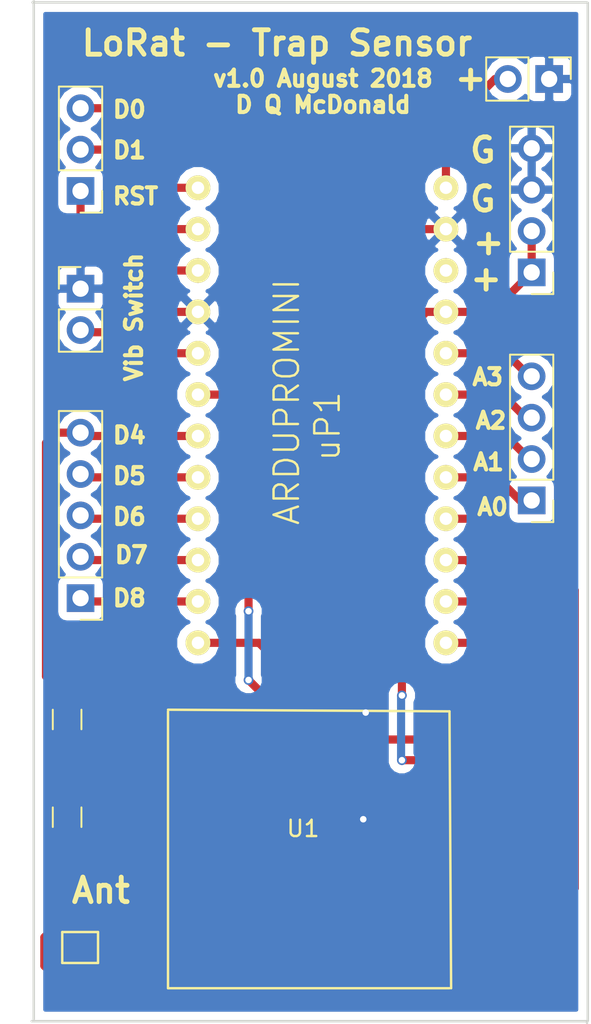
<source format=kicad_pcb>
(kicad_pcb (version 4) (host pcbnew 4.0.7)

  (general
    (links 36)
    (no_connects 0)
    (area 138.6 99.824999 176.33 162.700001)
    (thickness 1.6)
    (drawings 26)
    (tracks 139)
    (zones 0)
    (modules 11)
    (nets 30)
  )

  (page A4)
  (title_block
    (title "LoRat Rat Trap Sensor")
    (date "7 August 2018")
    (rev 1.0)
    (company "Quentin McDonald")
  )

  (layers
    (0 F.Cu signal)
    (31 B.Cu signal hide)
    (32 B.Adhes user)
    (33 F.Adhes user)
    (34 B.Paste user)
    (35 F.Paste user)
    (36 B.SilkS user)
    (37 F.SilkS user)
    (38 B.Mask user)
    (39 F.Mask user)
    (40 Dwgs.User user)
    (41 Cmts.User user)
    (42 Eco1.User user)
    (43 Eco2.User user)
    (44 Edge.Cuts user)
    (45 Margin user)
    (46 B.CrtYd user)
    (47 F.CrtYd user)
    (48 B.Fab user)
    (49 F.Fab user)
  )

  (setup
    (last_trace_width 0.5)
    (trace_clearance 0.5)
    (zone_clearance 0.508)
    (zone_45_only no)
    (trace_min 0.2)
    (segment_width 0.2)
    (edge_width 0.15)
    (via_size 0.6)
    (via_drill 0.4)
    (via_min_size 0.4)
    (via_min_drill 0.3)
    (uvia_size 0.3)
    (uvia_drill 0.1)
    (uvias_allowed no)
    (uvia_min_size 0.2)
    (uvia_min_drill 0.1)
    (pcb_text_width 0.3)
    (pcb_text_size 1.5 1.5)
    (mod_edge_width 0.15)
    (mod_text_size 1 1)
    (mod_text_width 0.15)
    (pad_size 1.524 1.524)
    (pad_drill 0.762)
    (pad_to_mask_clearance 0.2)
    (aux_axis_origin 0 0)
    (visible_elements FFFFFF7F)
    (pcbplotparams
      (layerselection 0x010f0_80000001)
      (usegerberextensions false)
      (excludeedgelayer true)
      (linewidth 0.100000)
      (plotframeref false)
      (viasonmask false)
      (mode 1)
      (useauxorigin false)
      (hpglpennumber 1)
      (hpglpenspeed 20)
      (hpglpendiameter 15)
      (hpglpenoverlay 2)
      (psnegative false)
      (psa4output false)
      (plotreference true)
      (plotvalue true)
      (plotinvisibletext false)
      (padsonsilk false)
      (subtractmaskfromsilk false)
      (outputformat 1)
      (mirror false)
      (drillshape 0)
      (scaleselection 1)
      (outputdirectory Gerber/))
  )

  (net 0 "")
  (net 1 D4)
  (net 2 "Net-(D1-Pad2)")
  (net 3 RST)
  (net 4 D1)
  (net 5 D0)
  (net 6 D8)
  (net 7 D7)
  (net 8 D6)
  (net 9 D5)
  (net 10 A0)
  (net 11 A1)
  (net 12 A2)
  (net 13 A3)
  (net 14 V3.3)
  (net 15 GND)
  (net 16 ANT)
  (net 17 Vin)
  (net 18 D2)
  (net 19 D9)
  (net 20 D3)
  (net 21 "Net-(U1-Pad9)")
  (net 22 "Net-(U1-Pad8)")
  (net 23 NSS)
  (net 24 MOSI)
  (net 25 MISO)
  (net 26 SCK)
  (net 27 "Net-(U1-Pad3)")
  (net 28 "Net-(U1-Pad2)")
  (net 29 "Net-(uP1-Pad21)")

  (net_class Default "This is the default net class."
    (clearance 0.5)
    (trace_width 0.5)
    (via_dia 0.6)
    (via_drill 0.4)
    (uvia_dia 0.3)
    (uvia_drill 0.1)
    (add_net A0)
    (add_net A1)
    (add_net A2)
    (add_net A3)
    (add_net ANT)
    (add_net D0)
    (add_net D1)
    (add_net D2)
    (add_net D3)
    (add_net D4)
    (add_net D5)
    (add_net D6)
    (add_net D7)
    (add_net D8)
    (add_net D9)
    (add_net GND)
    (add_net MISO)
    (add_net MOSI)
    (add_net NSS)
    (add_net "Net-(D1-Pad2)")
    (add_net "Net-(U1-Pad2)")
    (add_net "Net-(U1-Pad3)")
    (add_net "Net-(U1-Pad8)")
    (add_net "Net-(U1-Pad9)")
    (add_net "Net-(uP1-Pad21)")
    (add_net RST)
    (add_net SCK)
    (add_net V3.3)
    (add_net Vin)
  )

  (module Resistors_SMD:R_0805_HandSoldering (layer F.Cu) (tedit 5B690263) (tstamp 5B68DD2F)
    (at 143 144 270)
    (descr "Resistor SMD 0805, hand soldering")
    (tags "resistor 0805")
    (path /5B68AAC9)
    (attr smd)
    (fp_text reference "" (at 0 -1.7 270) (layer F.SilkS)
      (effects (font (size 1 1) (thickness 0.15)))
    )
    (fp_text value LED (at 0.2 -2.45 270) (layer F.Fab)
      (effects (font (size 1 1) (thickness 0.15)))
    )
    (fp_text user %R (at 0 0 270) (layer F.Fab)
      (effects (font (size 0.5 0.5) (thickness 0.075)))
    )
    (fp_line (start -1 0.62) (end -1 -0.62) (layer F.Fab) (width 0.1))
    (fp_line (start 1 0.62) (end -1 0.62) (layer F.Fab) (width 0.1))
    (fp_line (start 1 -0.62) (end 1 0.62) (layer F.Fab) (width 0.1))
    (fp_line (start -1 -0.62) (end 1 -0.62) (layer F.Fab) (width 0.1))
    (fp_line (start 0.6 0.88) (end -0.6 0.88) (layer F.SilkS) (width 0.12))
    (fp_line (start -0.6 -0.88) (end 0.6 -0.88) (layer F.SilkS) (width 0.12))
    (fp_line (start -2.35 -0.9) (end 2.35 -0.9) (layer F.CrtYd) (width 0.05))
    (fp_line (start -2.35 -0.9) (end -2.35 0.9) (layer F.CrtYd) (width 0.05))
    (fp_line (start 2.35 0.9) (end 2.35 -0.9) (layer F.CrtYd) (width 0.05))
    (fp_line (start 2.35 0.9) (end -2.35 0.9) (layer F.CrtYd) (width 0.05))
    (pad 1 smd rect (at -1.35 0 270) (size 1.5 1.3) (layers F.Cu F.Paste F.Mask)
      (net 1 D4))
    (pad 2 smd rect (at 1.35 0 270) (size 1.5 1.3) (layers F.Cu F.Paste F.Mask)
      (net 2 "Net-(D1-Pad2)"))
    (model ${KISYS3DMOD}/Resistors_SMD.3dshapes/R_0805.wrl
      (at (xyz 0 0 0))
      (scale (xyz 1 1 1))
      (rotate (xyz 0 0 0))
    )
  )

  (module Pin_Headers:Pin_Header_Straight_1x03_Pitch2.54mm (layer F.Cu) (tedit 5B68E868) (tstamp 5B68DD36)
    (at 143.825 111.55 180)
    (descr "Through hole straight pin header, 1x03, 2.54mm pitch, single row")
    (tags "Through hole pin header THT 1x03 2.54mm single row")
    (path /5B67E124)
    (fp_text reference "" (at 0 -2.33 180) (layer F.SilkS)
      (effects (font (size 1 1) (thickness 0.15)))
    )
    (fp_text value "" (at 0 7.41 180) (layer F.Fab)
      (effects (font (size 1 1) (thickness 0.15)))
    )
    (fp_line (start -0.635 -1.27) (end 1.27 -1.27) (layer F.Fab) (width 0.1))
    (fp_line (start 1.27 -1.27) (end 1.27 6.35) (layer F.Fab) (width 0.1))
    (fp_line (start 1.27 6.35) (end -1.27 6.35) (layer F.Fab) (width 0.1))
    (fp_line (start -1.27 6.35) (end -1.27 -0.635) (layer F.Fab) (width 0.1))
    (fp_line (start -1.27 -0.635) (end -0.635 -1.27) (layer F.Fab) (width 0.1))
    (fp_line (start -1.33 6.41) (end 1.33 6.41) (layer F.SilkS) (width 0.12))
    (fp_line (start -1.33 1.27) (end -1.33 6.41) (layer F.SilkS) (width 0.12))
    (fp_line (start 1.33 1.27) (end 1.33 6.41) (layer F.SilkS) (width 0.12))
    (fp_line (start -1.33 1.27) (end 1.33 1.27) (layer F.SilkS) (width 0.12))
    (fp_line (start -1.33 0) (end -1.33 -1.33) (layer F.SilkS) (width 0.12))
    (fp_line (start -1.33 -1.33) (end 0 -1.33) (layer F.SilkS) (width 0.12))
    (fp_line (start -1.8 -1.8) (end -1.8 6.85) (layer F.CrtYd) (width 0.05))
    (fp_line (start -1.8 6.85) (end 1.8 6.85) (layer F.CrtYd) (width 0.05))
    (fp_line (start 1.8 6.85) (end 1.8 -1.8) (layer F.CrtYd) (width 0.05))
    (fp_line (start 1.8 -1.8) (end -1.8 -1.8) (layer F.CrtYd) (width 0.05))
    (fp_text user %R (at 0 2.54 270) (layer F.Fab)
      (effects (font (size 1 1) (thickness 0.15)))
    )
    (pad 1 thru_hole rect (at 0 0 180) (size 1.7 1.7) (drill 1) (layers *.Cu *.Mask)
      (net 3 RST))
    (pad 2 thru_hole oval (at 0 2.54 180) (size 1.7 1.7) (drill 1) (layers *.Cu *.Mask)
      (net 4 D1))
    (pad 3 thru_hole oval (at 0 5.08 180) (size 1.7 1.7) (drill 1) (layers *.Cu *.Mask)
      (net 5 D0))
    (model ${KISYS3DMOD}/Pin_Headers.3dshapes/Pin_Header_Straight_1x03_Pitch2.54mm.wrl
      (at (xyz 0 0 0))
      (scale (xyz 1 1 1))
      (rotate (xyz 0 0 0))
    )
  )

  (module Pin_Headers:Pin_Header_Straight_1x05_Pitch2.54mm (layer F.Cu) (tedit 5B69024E) (tstamp 5B68DD3F)
    (at 143.825 136.55 180)
    (descr "Through hole straight pin header, 1x05, 2.54mm pitch, single row")
    (tags "Through hole pin header THT 1x05 2.54mm single row")
    (path /5B67E212)
    (fp_text reference "" (at 0 -2.33 180) (layer F.SilkS)
      (effects (font (size 1 1) (thickness 0.15)))
    )
    (fp_text value "" (at 0 12.49 180) (layer F.Fab)
      (effects (font (size 1 1) (thickness 0.15)))
    )
    (fp_line (start -0.635 -1.27) (end 1.27 -1.27) (layer F.Fab) (width 0.1))
    (fp_line (start 1.27 -1.27) (end 1.27 11.43) (layer F.Fab) (width 0.1))
    (fp_line (start 1.27 11.43) (end -1.27 11.43) (layer F.Fab) (width 0.1))
    (fp_line (start -1.27 11.43) (end -1.27 -0.635) (layer F.Fab) (width 0.1))
    (fp_line (start -1.27 -0.635) (end -0.635 -1.27) (layer F.Fab) (width 0.1))
    (fp_line (start -1.33 11.49) (end 1.33 11.49) (layer F.SilkS) (width 0.12))
    (fp_line (start -1.33 1.27) (end -1.33 11.49) (layer F.SilkS) (width 0.12))
    (fp_line (start 1.33 1.27) (end 1.33 11.49) (layer F.SilkS) (width 0.12))
    (fp_line (start -1.33 1.27) (end 1.33 1.27) (layer F.SilkS) (width 0.12))
    (fp_line (start -1.33 0) (end -1.33 -1.33) (layer F.SilkS) (width 0.12))
    (fp_line (start -1.33 -1.33) (end 0 -1.33) (layer F.SilkS) (width 0.12))
    (fp_line (start -1.8 -1.8) (end -1.8 11.95) (layer F.CrtYd) (width 0.05))
    (fp_line (start -1.8 11.95) (end 1.8 11.95) (layer F.CrtYd) (width 0.05))
    (fp_line (start 1.8 11.95) (end 1.8 -1.8) (layer F.CrtYd) (width 0.05))
    (fp_line (start 1.8 -1.8) (end -1.8 -1.8) (layer F.CrtYd) (width 0.05))
    (fp_text user %R (at 0 5.08 270) (layer F.Fab)
      (effects (font (size 1 1) (thickness 0.15)))
    )
    (pad 1 thru_hole rect (at 0 0 180) (size 1.7 1.7) (drill 1) (layers *.Cu *.Mask)
      (net 6 D8))
    (pad 2 thru_hole oval (at 0 2.54 180) (size 1.7 1.7) (drill 1) (layers *.Cu *.Mask)
      (net 7 D7))
    (pad 3 thru_hole oval (at 0 5.08 180) (size 1.7 1.7) (drill 1) (layers *.Cu *.Mask)
      (net 8 D6))
    (pad 4 thru_hole oval (at 0 7.62 180) (size 1.7 1.7) (drill 1) (layers *.Cu *.Mask)
      (net 9 D5))
    (pad 5 thru_hole oval (at 0 10.16 180) (size 1.7 1.7) (drill 1) (layers *.Cu *.Mask)
      (net 1 D4))
    (model ${KISYS3DMOD}/Pin_Headers.3dshapes/Pin_Header_Straight_1x05_Pitch2.54mm.wrl
      (at (xyz 0 0 0))
      (scale (xyz 1 1 1))
      (rotate (xyz 0 0 0))
    )
  )

  (module Pin_Headers:Pin_Header_Straight_1x04_Pitch2.54mm (layer F.Cu) (tedit 5B68E7A9) (tstamp 5B68DD47)
    (at 171.55 130.55 180)
    (descr "Through hole straight pin header, 1x04, 2.54mm pitch, single row")
    (tags "Through hole pin header THT 1x04 2.54mm single row")
    (path /5B67E395)
    (fp_text reference "" (at 0 -2.33 180) (layer F.SilkS)
      (effects (font (size 1 1) (thickness 0.15)))
    )
    (fp_text value "" (at 0 9.95 180) (layer F.Fab)
      (effects (font (size 1 1) (thickness 0.15)))
    )
    (fp_line (start -0.635 -1.27) (end 1.27 -1.27) (layer F.Fab) (width 0.1))
    (fp_line (start 1.27 -1.27) (end 1.27 8.89) (layer F.Fab) (width 0.1))
    (fp_line (start 1.27 8.89) (end -1.27 8.89) (layer F.Fab) (width 0.1))
    (fp_line (start -1.27 8.89) (end -1.27 -0.635) (layer F.Fab) (width 0.1))
    (fp_line (start -1.27 -0.635) (end -0.635 -1.27) (layer F.Fab) (width 0.1))
    (fp_line (start -1.33 8.95) (end 1.33 8.95) (layer F.SilkS) (width 0.12))
    (fp_line (start -1.33 1.27) (end -1.33 8.95) (layer F.SilkS) (width 0.12))
    (fp_line (start 1.33 1.27) (end 1.33 8.95) (layer F.SilkS) (width 0.12))
    (fp_line (start -1.33 1.27) (end 1.33 1.27) (layer F.SilkS) (width 0.12))
    (fp_line (start -1.33 0) (end -1.33 -1.33) (layer F.SilkS) (width 0.12))
    (fp_line (start -1.33 -1.33) (end 0 -1.33) (layer F.SilkS) (width 0.12))
    (fp_line (start -1.8 -1.8) (end -1.8 9.4) (layer F.CrtYd) (width 0.05))
    (fp_line (start -1.8 9.4) (end 1.8 9.4) (layer F.CrtYd) (width 0.05))
    (fp_line (start 1.8 9.4) (end 1.8 -1.8) (layer F.CrtYd) (width 0.05))
    (fp_line (start 1.8 -1.8) (end -1.8 -1.8) (layer F.CrtYd) (width 0.05))
    (fp_text user %R (at 0 3.81 270) (layer F.Fab)
      (effects (font (size 1 1) (thickness 0.15)))
    )
    (pad 1 thru_hole rect (at 0 0 180) (size 1.7 1.7) (drill 1) (layers *.Cu *.Mask)
      (net 10 A0))
    (pad 2 thru_hole oval (at 0 2.54 180) (size 1.7 1.7) (drill 1) (layers *.Cu *.Mask)
      (net 11 A1))
    (pad 3 thru_hole oval (at 0 5.08 180) (size 1.7 1.7) (drill 1) (layers *.Cu *.Mask)
      (net 12 A2))
    (pad 4 thru_hole oval (at 0 7.62 180) (size 1.7 1.7) (drill 1) (layers *.Cu *.Mask)
      (net 13 A3))
    (model ${KISYS3DMOD}/Pin_Headers.3dshapes/Pin_Header_Straight_1x04_Pitch2.54mm.wrl
      (at (xyz 0 0 0))
      (scale (xyz 1 1 1))
      (rotate (xyz 0 0 0))
    )
  )

  (module Pin_Headers:Pin_Header_Straight_1x04_Pitch2.54mm (layer F.Cu) (tedit 5B68E7A3) (tstamp 5B68DD4F)
    (at 171.55 116.55 180)
    (descr "Through hole straight pin header, 1x04, 2.54mm pitch, single row")
    (tags "Through hole pin header THT 1x04 2.54mm single row")
    (path /5B67E9D2)
    (fp_text reference "" (at 0 -2.33 180) (layer F.SilkS)
      (effects (font (size 1 1) (thickness 0.15)))
    )
    (fp_text value "" (at 0 9.95 180) (layer F.Fab)
      (effects (font (size 1 1) (thickness 0.15)))
    )
    (fp_line (start -0.635 -1.27) (end 1.27 -1.27) (layer F.Fab) (width 0.1))
    (fp_line (start 1.27 -1.27) (end 1.27 8.89) (layer F.Fab) (width 0.1))
    (fp_line (start 1.27 8.89) (end -1.27 8.89) (layer F.Fab) (width 0.1))
    (fp_line (start -1.27 8.89) (end -1.27 -0.635) (layer F.Fab) (width 0.1))
    (fp_line (start -1.27 -0.635) (end -0.635 -1.27) (layer F.Fab) (width 0.1))
    (fp_line (start -1.33 8.95) (end 1.33 8.95) (layer F.SilkS) (width 0.12))
    (fp_line (start -1.33 1.27) (end -1.33 8.95) (layer F.SilkS) (width 0.12))
    (fp_line (start 1.33 1.27) (end 1.33 8.95) (layer F.SilkS) (width 0.12))
    (fp_line (start -1.33 1.27) (end 1.33 1.27) (layer F.SilkS) (width 0.12))
    (fp_line (start -1.33 0) (end -1.33 -1.33) (layer F.SilkS) (width 0.12))
    (fp_line (start -1.33 -1.33) (end 0 -1.33) (layer F.SilkS) (width 0.12))
    (fp_line (start -1.8 -1.8) (end -1.8 9.4) (layer F.CrtYd) (width 0.05))
    (fp_line (start -1.8 9.4) (end 1.8 9.4) (layer F.CrtYd) (width 0.05))
    (fp_line (start 1.8 9.4) (end 1.8 -1.8) (layer F.CrtYd) (width 0.05))
    (fp_line (start 1.8 -1.8) (end -1.8 -1.8) (layer F.CrtYd) (width 0.05))
    (fp_text user "" (at 0 3.81 270) (layer F.Fab)
      (effects (font (size 1 1) (thickness 0.15)))
    )
    (pad 1 thru_hole rect (at 0 0 180) (size 1.7 1.7) (drill 1) (layers *.Cu *.Mask)
      (net 14 V3.3))
    (pad 2 thru_hole oval (at 0 2.54 180) (size 1.7 1.7) (drill 1) (layers *.Cu *.Mask)
      (net 14 V3.3))
    (pad 3 thru_hole oval (at 0 5.08 180) (size 1.7 1.7) (drill 1) (layers *.Cu *.Mask)
      (net 15 GND))
    (pad 4 thru_hole oval (at 0 7.62 180) (size 1.7 1.7) (drill 1) (layers *.Cu *.Mask)
      (net 15 GND))
    (model ${KISYS3DMOD}/Pin_Headers.3dshapes/Pin_Header_Straight_1x04_Pitch2.54mm.wrl
      (at (xyz 0 0 0))
      (scale (xyz 1 1 1))
      (rotate (xyz 0 0 0))
    )
  )

  (module Pin_Headers:Pin_Header_Straight_1x02_Pitch2.54mm (layer F.Cu) (tedit 5B68E79C) (tstamp 5B68DD5B)
    (at 172.625 104.675 270)
    (descr "Through hole straight pin header, 1x02, 2.54mm pitch, single row")
    (tags "Through hole pin header THT 1x02 2.54mm single row")
    (path /5B67DFA5)
    (fp_text reference "" (at 0 -2.33 270) (layer F.SilkS)
      (effects (font (size 1 1) (thickness 0.15)))
    )
    (fp_text value "" (at 0 4.87 270) (layer F.Fab)
      (effects (font (size 1 1) (thickness 0.15)))
    )
    (fp_line (start -0.635 -1.27) (end 1.27 -1.27) (layer F.Fab) (width 0.1))
    (fp_line (start 1.27 -1.27) (end 1.27 3.81) (layer F.Fab) (width 0.1))
    (fp_line (start 1.27 3.81) (end -1.27 3.81) (layer F.Fab) (width 0.1))
    (fp_line (start -1.27 3.81) (end -1.27 -0.635) (layer F.Fab) (width 0.1))
    (fp_line (start -1.27 -0.635) (end -0.635 -1.27) (layer F.Fab) (width 0.1))
    (fp_line (start -1.33 3.87) (end 1.33 3.87) (layer F.SilkS) (width 0.12))
    (fp_line (start -1.33 1.27) (end -1.33 3.87) (layer F.SilkS) (width 0.12))
    (fp_line (start 1.33 1.27) (end 1.33 3.87) (layer F.SilkS) (width 0.12))
    (fp_line (start -1.33 1.27) (end 1.33 1.27) (layer F.SilkS) (width 0.12))
    (fp_line (start -1.33 0) (end -1.33 -1.33) (layer F.SilkS) (width 0.12))
    (fp_line (start -1.33 -1.33) (end 0 -1.33) (layer F.SilkS) (width 0.12))
    (fp_line (start -1.8 -1.8) (end -1.8 4.35) (layer F.CrtYd) (width 0.05))
    (fp_line (start -1.8 4.35) (end 1.8 4.35) (layer F.CrtYd) (width 0.05))
    (fp_line (start 1.8 4.35) (end 1.8 -1.8) (layer F.CrtYd) (width 0.05))
    (fp_line (start 1.8 -1.8) (end -1.8 -1.8) (layer F.CrtYd) (width 0.05))
    (fp_text user %R (at 0 1.27 360) (layer F.Fab)
      (effects (font (size 1 1) (thickness 0.15)))
    )
    (pad 1 thru_hole rect (at 0 0 270) (size 1.7 1.7) (drill 1) (layers *.Cu *.Mask)
      (net 15 GND))
    (pad 2 thru_hole oval (at 0 2.54 270) (size 1.7 1.7) (drill 1) (layers *.Cu *.Mask)
      (net 17 Vin))
    (model ${KISYS3DMOD}/Pin_Headers.3dshapes/Pin_Header_Straight_1x02_Pitch2.54mm.wrl
      (at (xyz 0 0 0))
      (scale (xyz 1 1 1))
      (rotate (xyz 0 0 0))
    )
  )

  (module Resistors_SMD:R_0805_HandSoldering (layer F.Cu) (tedit 5B690265) (tstamp 5B68DD61)
    (at 143 150 270)
    (descr "Resistor SMD 0805, hand soldering")
    (tags "resistor 0805")
    (path /5B68AA56)
    (attr smd)
    (fp_text reference "" (at 0 -1.7 270) (layer F.SilkS)
      (effects (font (size 1 1) (thickness 0.15)))
    )
    (fp_text value 220 (at 0.025 -2.3 270) (layer F.Fab)
      (effects (font (size 1 1) (thickness 0.15)))
    )
    (fp_text user %R (at 0 0 270) (layer F.Fab)
      (effects (font (size 0.5 0.5) (thickness 0.075)))
    )
    (fp_line (start -1 0.62) (end -1 -0.62) (layer F.Fab) (width 0.1))
    (fp_line (start 1 0.62) (end -1 0.62) (layer F.Fab) (width 0.1))
    (fp_line (start 1 -0.62) (end 1 0.62) (layer F.Fab) (width 0.1))
    (fp_line (start -1 -0.62) (end 1 -0.62) (layer F.Fab) (width 0.1))
    (fp_line (start 0.6 0.88) (end -0.6 0.88) (layer F.SilkS) (width 0.12))
    (fp_line (start -0.6 -0.88) (end 0.6 -0.88) (layer F.SilkS) (width 0.12))
    (fp_line (start -2.35 -0.9) (end 2.35 -0.9) (layer F.CrtYd) (width 0.05))
    (fp_line (start -2.35 -0.9) (end -2.35 0.9) (layer F.CrtYd) (width 0.05))
    (fp_line (start 2.35 0.9) (end 2.35 -0.9) (layer F.CrtYd) (width 0.05))
    (fp_line (start 2.35 0.9) (end -2.35 0.9) (layer F.CrtYd) (width 0.05))
    (pad 1 smd rect (at -1.35 0 270) (size 1.5 1.3) (layers F.Cu F.Paste F.Mask)
      (net 2 "Net-(D1-Pad2)"))
    (pad 2 smd rect (at 1.35 0 270) (size 1.5 1.3) (layers F.Cu F.Paste F.Mask)
      (net 15 GND))
    (model ${KISYS3DMOD}/Resistors_SMD.3dshapes/R_0805.wrl
      (at (xyz 0 0 0))
      (scale (xyz 1 1 1))
      (rotate (xyz 0 0 0))
    )
  )

  (module Pin_Headers:Pin_Header_Straight_1x02_Pitch2.54mm (layer F.Cu) (tedit 5B68E86D) (tstamp 5B68DD67)
    (at 143.825 117.55)
    (descr "Through hole straight pin header, 1x02, 2.54mm pitch, single row")
    (tags "Through hole pin header THT 1x02 2.54mm single row")
    (path /5B6265DC)
    (fp_text reference "" (at 0 -2.33) (layer F.SilkS)
      (effects (font (size 1 1) (thickness 0.15)))
    )
    (fp_text value "" (at 0 4.87) (layer F.Fab)
      (effects (font (size 1 1) (thickness 0.15)))
    )
    (fp_line (start -0.635 -1.27) (end 1.27 -1.27) (layer F.Fab) (width 0.1))
    (fp_line (start 1.27 -1.27) (end 1.27 3.81) (layer F.Fab) (width 0.1))
    (fp_line (start 1.27 3.81) (end -1.27 3.81) (layer F.Fab) (width 0.1))
    (fp_line (start -1.27 3.81) (end -1.27 -0.635) (layer F.Fab) (width 0.1))
    (fp_line (start -1.27 -0.635) (end -0.635 -1.27) (layer F.Fab) (width 0.1))
    (fp_line (start -1.33 3.87) (end 1.33 3.87) (layer F.SilkS) (width 0.12))
    (fp_line (start -1.33 1.27) (end -1.33 3.87) (layer F.SilkS) (width 0.12))
    (fp_line (start 1.33 1.27) (end 1.33 3.87) (layer F.SilkS) (width 0.12))
    (fp_line (start -1.33 1.27) (end 1.33 1.27) (layer F.SilkS) (width 0.12))
    (fp_line (start -1.33 0) (end -1.33 -1.33) (layer F.SilkS) (width 0.12))
    (fp_line (start -1.33 -1.33) (end 0 -1.33) (layer F.SilkS) (width 0.12))
    (fp_line (start -1.8 -1.8) (end -1.8 4.35) (layer F.CrtYd) (width 0.05))
    (fp_line (start -1.8 4.35) (end 1.8 4.35) (layer F.CrtYd) (width 0.05))
    (fp_line (start 1.8 4.35) (end 1.8 -1.8) (layer F.CrtYd) (width 0.05))
    (fp_line (start 1.8 -1.8) (end -1.8 -1.8) (layer F.CrtYd) (width 0.05))
    (fp_text user %R (at 0 1.27 90) (layer F.Fab)
      (effects (font (size 1 1) (thickness 0.15)))
    )
    (pad 1 thru_hole rect (at 0 0) (size 1.7 1.7) (drill 1) (layers *.Cu *.Mask)
      (net 15 GND))
    (pad 2 thru_hole oval (at 0 2.54) (size 1.7 1.7) (drill 1) (layers *.Cu *.Mask)
      (net 18 D2))
    (model ${KISYS3DMOD}/Pin_Headers.3dshapes/Pin_Header_Straight_1x02_Pitch2.54mm.wrl
      (at (xyz 0 0 0))
      (scale (xyz 1 1 1))
      (rotate (xyz 0 0 0))
    )
  )

  (module DQM_kicad_new:LoRaSx1276 (layer F.Cu) (tedit 5B680359) (tstamp 5B68DD79)
    (at 166.5 143.5 180)
    (path /5B626DE3)
    (fp_text reference U1 (at 9 -7.2 180) (layer F.SilkS)
      (effects (font (size 1 1) (thickness 0.15)))
    )
    (fp_text value LoRaSx1276 (at 8.7 -9.7 180) (layer F.Fab)
      (effects (font (size 1 1) (thickness 0.15)))
    )
    (fp_line (start 17.3 -17) (end 17.3 0) (layer F.SilkS) (width 0.15))
    (fp_line (start 0 -17) (end 17.3 -17) (layer F.SilkS) (width 0.15))
    (fp_line (start 0 0) (end -0.1 -17) (layer F.SilkS) (width 0.15))
    (fp_line (start 0 0) (end 17.3 0.1) (layer F.SilkS) (width 0.15))
    (pad 14 smd rect (at 17.7 -14.6 180) (size 1.524 1) (layers F.Cu F.Paste F.Mask)
      (net 15 GND))
    (pad 12 smd rect (at -0.5 -1.73 180) (size 1.524 0.8) (layers F.Cu F.Paste F.Mask)
      (net 19 D9))
    (pad 11 smd rect (at -0.5 -3 180) (size 1.524 0.8) (layers F.Cu F.Paste F.Mask)
      (net 14 V3.3))
    (pad 10 smd rect (at -0.5 -4.27 180) (size 1.524 0.8) (layers F.Cu F.Paste F.Mask)
      (net 20 D3))
    (pad 9 smd rect (at -0.5 -5.54 180) (size 1.524 0.8) (layers F.Cu F.Paste F.Mask)
      (net 21 "Net-(U1-Pad9)"))
    (pad 8 smd rect (at -0.5 -6.81 180) (size 1.524 0.8) (layers F.Cu F.Paste F.Mask)
      (net 22 "Net-(U1-Pad8)"))
    (pad 7 smd rect (at -0.5 -8.08 180) (size 1.524 0.8) (layers F.Cu F.Paste F.Mask)
      (net 23 NSS))
    (pad 6 smd rect (at -0.5 -9.35 180) (size 1.524 0.8) (layers F.Cu F.Paste F.Mask)
      (net 24 MOSI))
    (pad 5 smd rect (at -0.5 -10.62 180) (size 1.524 0.8) (layers F.Cu F.Paste F.Mask)
      (net 25 MISO))
    (pad 4 smd rect (at -0.5 -11.89 180) (size 1.524 0.8) (layers F.Cu F.Paste F.Mask)
      (net 26 SCK))
    (pad 3 smd rect (at -0.5 -13.16 180) (size 1.524 0.8) (layers F.Cu F.Paste F.Mask)
      (net 27 "Net-(U1-Pad3)"))
    (pad 2 smd rect (at -0.5 -14.43 180) (size 1.524 0.8) (layers F.Cu F.Paste F.Mask)
      (net 28 "Net-(U1-Pad2)"))
    (pad 1 smd rect (at -0.5 -15.7 180) (size 1.524 0.8) (layers F.Cu F.Paste F.Mask)
      (net 15 GND))
    (pad 13 smd rect (at 17.7 -16.1 180) (size 1.524 1) (layers F.Cu F.Paste F.Mask)
      (net 16 ANT))
  )

  (module DQM_kicad_new:U.Fl_SMD (layer F.Cu) (tedit 5B68E5CF) (tstamp 5B68DE0F)
    (at 142.7 158.95)
    (path /5B68ACFE)
    (fp_text reference "" (at -2.3 -0.7) (layer F.SilkS)
      (effects (font (size 1 1) (thickness 0.15)))
    )
    (fp_text value "" (at -3.6 -2.2) (layer F.Fab)
      (effects (font (size 1 1) (thickness 0.15)))
    )
    (fp_line (start 0 -1.9) (end 0 0) (layer F.SilkS) (width 0.15))
    (fp_line (start 0 0) (end 2.2 0) (layer F.SilkS) (width 0.15))
    (fp_line (start 2.2 0) (end 2.2 -1.9) (layer F.SilkS) (width 0.15))
    (fp_line (start 2.2 -1.9) (end 0 -1.9) (layer F.SilkS) (width 0.15))
    (pad 1 smd rect (at 1.1 0.6) (size 2.2 1) (layers F.Cu F.Paste F.Mask)
      (net 16 ANT))
    (pad 1 smd rect (at 1.1 -2.5) (size 2.2 1) (layers F.Cu F.Paste F.Mask)
      (net 16 ANT))
    (pad 2 smd rect (at 2.7 -1) (size 1.05 1) (layers F.Cu F.Paste F.Mask)
      (net 15 GND))
  )

  (module DQM_kicad_new:ArduProMini (layer F.Cu) (tedit 5B68E4F2) (tstamp 5B68DD9F)
    (at 148.5011 105.0036)
    (path /5B6264F8)
    (fp_text reference uP1 (at 10.4989 20.9964 90) (layer F.SilkS)
      (effects (font (size 1.5 1.5) (thickness 0.15)))
    )
    (fp_text value ARDUPROMINI (at 7.9989 19.4964 90) (layer F.SilkS)
      (effects (font (size 1.5 1.5) (thickness 0.15)))
    )
    (pad 7 thru_hole circle (at 2.54 6.35) (size 1.524 1.524) (drill 0.762) (layers *.Cu *.Mask F.SilkS)
      (net 5 D0))
    (pad 8 thru_hole circle (at 2.54 8.89) (size 1.524 1.524) (drill 0.762) (layers *.Cu *.Mask F.SilkS)
      (net 4 D1))
    (pad 9 thru_hole circle (at 2.54 11.43) (size 1.524 1.524) (drill 0.762) (layers *.Cu *.Mask F.SilkS)
      (net 3 RST))
    (pad 10 thru_hole circle (at 2.54 13.97) (size 1.524 1.524) (drill 0.762) (layers *.Cu *.Mask F.SilkS)
      (net 15 GND))
    (pad 11 thru_hole circle (at 2.54 16.51) (size 1.524 1.524) (drill 0.762) (layers *.Cu *.Mask F.SilkS)
      (net 18 D2))
    (pad 12 thru_hole circle (at 2.54 19.05) (size 1.524 1.524) (drill 0.762) (layers *.Cu *.Mask F.SilkS)
      (net 20 D3))
    (pad 13 thru_hole circle (at 2.54 21.59) (size 1.524 1.524) (drill 0.762) (layers *.Cu *.Mask F.SilkS)
      (net 1 D4))
    (pad 14 thru_hole circle (at 2.54 24.13) (size 1.524 1.524) (drill 0.762) (layers *.Cu *.Mask F.SilkS)
      (net 9 D5))
    (pad 15 thru_hole circle (at 2.54 26.67) (size 1.524 1.524) (drill 0.762) (layers *.Cu *.Mask F.SilkS)
      (net 8 D6))
    (pad 16 thru_hole circle (at 2.54 29.21) (size 1.524 1.524) (drill 0.762) (layers *.Cu *.Mask F.SilkS)
      (net 7 D7))
    (pad 17 thru_hole circle (at 2.54 31.75) (size 1.524 1.524) (drill 0.762) (layers *.Cu *.Mask F.SilkS)
      (net 6 D8))
    (pad 18 thru_hole circle (at 2.54 34.29) (size 1.524 1.524) (drill 0.762) (layers *.Cu *.Mask F.SilkS)
      (net 19 D9))
    (pad 19 thru_hole circle (at 17.78 6.35) (size 1.524 1.524) (drill 0.762) (layers *.Cu *.Mask F.SilkS)
      (net 17 Vin))
    (pad 20 thru_hole circle (at 17.78 8.89) (size 1.524 1.524) (drill 0.762) (layers *.Cu *.Mask F.SilkS)
      (net 15 GND))
    (pad 21 thru_hole circle (at 17.78 11.43) (size 1.524 1.524) (drill 0.762) (layers *.Cu *.Mask F.SilkS)
      (net 29 "Net-(uP1-Pad21)"))
    (pad 22 thru_hole circle (at 17.78 13.97) (size 1.524 1.524) (drill 0.762) (layers *.Cu *.Mask F.SilkS)
      (net 14 V3.3))
    (pad 23 thru_hole circle (at 17.78 16.51) (size 1.524 1.524) (drill 0.762) (layers *.Cu *.Mask F.SilkS)
      (net 13 A3))
    (pad 24 thru_hole circle (at 17.78 19.05) (size 1.524 1.524) (drill 0.762) (layers *.Cu *.Mask F.SilkS)
      (net 12 A2))
    (pad 25 thru_hole circle (at 17.78 21.59) (size 1.524 1.524) (drill 0.762) (layers *.Cu *.Mask F.SilkS)
      (net 11 A1))
    (pad 26 thru_hole circle (at 17.78 24.13) (size 1.524 1.524) (drill 0.762) (layers *.Cu *.Mask F.SilkS)
      (net 10 A0))
    (pad 27 thru_hole circle (at 17.78 26.67) (size 1.524 1.524) (drill 0.762) (layers *.Cu *.Mask F.SilkS)
      (net 26 SCK))
    (pad 28 thru_hole circle (at 17.78 29.21) (size 1.524 1.524) (drill 0.762) (layers *.Cu *.Mask F.SilkS)
      (net 25 MISO))
    (pad 29 thru_hole circle (at 17.78 31.75) (size 1.524 1.524) (drill 0.762) (layers *.Cu *.Mask F.SilkS)
      (net 24 MOSI))
    (pad 30 thru_hole circle (at 17.78 34.29) (size 1.524 1.524) (drill 0.762) (layers *.Cu *.Mask F.SilkS)
      (net 23 NSS))
  )

  (gr_line (start 140.875 99.975) (end 174.95 99.975) (angle 90) (layer Edge.Cuts) (width 0.15))
  (gr_line (start 174.95 162.525) (end 174.95 162.625) (angle 90) (layer Edge.Cuts) (width 0.15))
  (gr_line (start 140.825 162.525) (end 174.95 162.525) (angle 90) (layer Edge.Cuts) (width 0.15))
  (gr_text Ant (at 145.075 154.5) (layer F.SilkS)
    (effects (font (size 1.5 1.5) (thickness 0.3)))
  )
  (gr_text D8 (at 146.825 136.55) (layer F.SilkS)
    (effects (font (size 1 1) (thickness 0.25)))
  )
  (gr_text D7 (at 146.95 133.9) (layer F.SilkS)
    (effects (font (size 1 1) (thickness 0.25)))
  )
  (gr_text D6 (at 146.825 131.55) (layer F.SilkS)
    (effects (font (size 1 1) (thickness 0.25)))
  )
  (gr_text D5 (at 146.825 129.05) (layer F.SilkS)
    (effects (font (size 1 1) (thickness 0.25)))
  )
  (gr_text D4 (at 146.825 126.55) (layer F.SilkS)
    (effects (font (size 1 1) (thickness 0.25)))
  )
  (gr_text "Vib Switch" (at 147.1 119.3 90) (layer F.SilkS)
    (effects (font (size 1 1) (thickness 0.25)))
  )
  (gr_text RST (at 147.2 111.875) (layer F.SilkS)
    (effects (font (size 1 1) (thickness 0.25)))
  )
  (gr_text D1 (at 146.825 109.05) (layer F.SilkS)
    (effects (font (size 1 1) (thickness 0.25)))
  )
  (gr_text D0 (at 146.825 106.55) (layer F.SilkS)
    (effects (font (size 1 1) (thickness 0.25)))
  )
  (gr_text A0 (at 169.15 130.95) (layer F.SilkS)
    (effects (font (size 1 1) (thickness 0.25)))
  )
  (gr_text A1 (at 168.9 128.2) (layer F.SilkS)
    (effects (font (size 1 1) (thickness 0.25)))
  )
  (gr_text A2 (at 169.05 125.65) (layer F.SilkS)
    (effects (font (size 1 1) (thickness 0.25)))
  )
  (gr_text A3 (at 168.85 122.975) (layer F.SilkS)
    (effects (font (size 1 1) (thickness 0.25)))
  )
  (gr_text G (at 168.55 109.05) (layer F.SilkS)
    (effects (font (size 1.5 1.5) (thickness 0.3)))
  )
  (gr_text G (at 168.55 112.05) (layer F.SilkS)
    (effects (font (size 1.5 1.5) (thickness 0.3)))
  )
  (gr_text + (at 168.75 116.9) (layer F.SilkS)
    (effects (font (size 1.5 1.5) (thickness 0.3)))
  )
  (gr_text + (at 168.9 114.675) (layer F.SilkS)
    (effects (font (size 1.5 1.5) (thickness 0.3)))
  )
  (gr_text + (at 167.8 104.6) (layer F.SilkS)
    (effects (font (size 1.5 1.5) (thickness 0.3)))
  )
  (gr_line (start 140.95 162.4) (end 140.95 99.9) (angle 90) (layer Edge.Cuts) (width 0.15))
  (gr_line (start 175 100) (end 175 162.5) (angle 90) (layer Edge.Cuts) (width 0.15))
  (gr_text "v1.0 August 2018\nD Q McDonald" (at 158.725 105.45) (layer F.SilkS)
    (effects (font (size 1 1) (thickness 0.25)))
  )
  (gr_text "LoRat - Trap Sensor" (at 155.9 102.475) (layer F.SilkS)
    (effects (font (size 1.5 1.5) (thickness 0.3)))
  )

  (segment (start 143.825 126.39) (end 142.335 126.39) (width 0.5) (layer F.Cu) (net 1))
  (segment (start 141.7 141.35) (end 143 142.65) (width 0.5) (layer F.Cu) (net 1) (tstamp 5B68FB0F))
  (segment (start 141.7 127.025) (end 141.7 141.35) (width 0.5) (layer F.Cu) (net 1) (tstamp 5B68FB0D))
  (segment (start 142.335 126.39) (end 141.7 127.025) (width 0.5) (layer F.Cu) (net 1) (tstamp 5B68FB0B))
  (segment (start 151.0411 126.5936) (end 144.0286 126.5936) (width 0.5) (layer F.Cu) (net 1))
  (segment (start 144.0286 126.5936) (end 143.825 126.39) (width 0.5) (layer F.Cu) (net 1) (tstamp 5B68F9B0))
  (segment (start 144.0786 126.6436) (end 143.825 126.39) (width 0.5) (layer F.Cu) (net 1) (tstamp 5B68E76D))
  (segment (start 143 145.35) (end 143 148.65) (width 0.5) (layer F.Cu) (net 2))
  (segment (start 151.0411 116.4336) (end 148.3086 116.4336) (width 0.5) (layer F.Cu) (net 3))
  (segment (start 143.825 113.7) (end 143.825 111.55) (width 0.5) (layer F.Cu) (net 3) (tstamp 5B68F9A8))
  (segment (start 144.775 114.65) (end 143.825 113.7) (width 0.5) (layer F.Cu) (net 3) (tstamp 5B68F9A7))
  (segment (start 146.525 114.65) (end 144.775 114.65) (width 0.5) (layer F.Cu) (net 3) (tstamp 5B68F9A5))
  (segment (start 148.3086 116.4336) (end 146.525 114.65) (width 0.5) (layer F.Cu) (net 3) (tstamp 5B68F9A3))
  (segment (start 151.0411 113.8936) (end 148.8686 113.8936) (width 0.5) (layer F.Cu) (net 4))
  (segment (start 146.135 109.01) (end 143.825 109.01) (width 0.5) (layer F.Cu) (net 4) (tstamp 5B68F987))
  (segment (start 146.5 109.375) (end 146.135 109.01) (width 0.5) (layer F.Cu) (net 4) (tstamp 5B68F986))
  (segment (start 146.5 111.525) (end 146.5 109.375) (width 0.5) (layer F.Cu) (net 4) (tstamp 5B68F984))
  (segment (start 148.8686 113.8936) (end 146.5 111.525) (width 0.5) (layer F.Cu) (net 4) (tstamp 5B68F982))
  (segment (start 151.0411 111.3536) (end 149.0286 111.3536) (width 0.5) (layer F.Cu) (net 5))
  (segment (start 146.395 106.47) (end 143.825 106.47) (width 0.5) (layer F.Cu) (net 5) (tstamp 5B68F97E))
  (segment (start 147.675 107.75) (end 146.395 106.47) (width 0.5) (layer F.Cu) (net 5) (tstamp 5B68F97C))
  (segment (start 147.675 110) (end 147.675 107.75) (width 0.5) (layer F.Cu) (net 5) (tstamp 5B68F979))
  (segment (start 149.0286 111.3536) (end 147.675 110) (width 0.5) (layer F.Cu) (net 5) (tstamp 5B68F978))
  (segment (start 151.0411 111.3536) (end 150.8536 111.3536) (width 0.5) (layer F.Cu) (net 5))
  (segment (start 151.0411 136.7536) (end 144.0286 136.7536) (width 0.5) (layer F.Cu) (net 6))
  (segment (start 144.0286 136.7536) (end 143.825 136.55) (width 0.5) (layer F.Cu) (net 6) (tstamp 5B68F9BC))
  (segment (start 144.0786 136.8036) (end 143.825 136.55) (width 0.5) (layer F.Cu) (net 6) (tstamp 5B68E779))
  (segment (start 151.0411 134.2136) (end 144.0286 134.2136) (width 0.5) (layer F.Cu) (net 7))
  (segment (start 144.0286 134.2136) (end 143.825 134.01) (width 0.5) (layer F.Cu) (net 7) (tstamp 5B68F9B9))
  (segment (start 144.0786 134.2636) (end 143.825 134.01) (width 0.5) (layer F.Cu) (net 7) (tstamp 5B68E776))
  (segment (start 151.0411 131.6736) (end 144.0286 131.6736) (width 0.5) (layer F.Cu) (net 8))
  (segment (start 144.0286 131.6736) (end 143.825 131.47) (width 0.5) (layer F.Cu) (net 8) (tstamp 5B68F9B6))
  (segment (start 144.0786 131.7236) (end 143.825 131.47) (width 0.5) (layer F.Cu) (net 8) (tstamp 5B68E773))
  (segment (start 151.0411 129.1336) (end 144.0286 129.1336) (width 0.5) (layer F.Cu) (net 9))
  (segment (start 144.0286 129.1336) (end 143.825 128.93) (width 0.5) (layer F.Cu) (net 9) (tstamp 5B68F9B3))
  (segment (start 144.0786 129.1836) (end 143.825 128.93) (width 0.5) (layer F.Cu) (net 9) (tstamp 5B68E770))
  (segment (start 166.2811 129.1336) (end 169.4086 129.1336) (width 0.5) (layer F.Cu) (net 10))
  (segment (start 169.4086 129.1336) (end 170.825 130.55) (width 0.5) (layer F.Cu) (net 10) (tstamp 5B68F96B))
  (segment (start 170.825 130.55) (end 171.55 130.55) (width 0.5) (layer F.Cu) (net 10) (tstamp 5B68F96C))
  (segment (start 166.2811 126.5936) (end 169.9814 126.5936) (width 0.5) (layer F.Cu) (net 11))
  (segment (start 169.9814 126.5936) (end 171.3978 128.01) (width 0.5) (layer F.Cu) (net 11) (tstamp 5B68F967))
  (segment (start 171.3978 128.01) (end 171.55 128.01) (width 0.5) (layer F.Cu) (net 11) (tstamp 5B68F968))
  (segment (start 171.09 127.55) (end 171.55 128.01) (width 0.5) (layer F.Cu) (net 11) (tstamp 5B68E3DB))
  (segment (start 166.2811 124.0536) (end 169.7714 124.0536) (width 0.5) (layer F.Cu) (net 12))
  (segment (start 169.7714 124.0536) (end 171.1878 125.47) (width 0.5) (layer F.Cu) (net 12) (tstamp 5B68F963))
  (segment (start 171.1878 125.47) (end 171.55 125.47) (width 0.5) (layer F.Cu) (net 12) (tstamp 5B68F964))
  (segment (start 171.13 125.05) (end 171.55 125.47) (width 0.5) (layer F.Cu) (net 12) (tstamp 5B68E3D5))
  (segment (start 166.2811 121.5136) (end 169.9886 121.5136) (width 0.5) (layer F.Cu) (net 13))
  (segment (start 169.9886 121.5136) (end 171.405 122.93) (width 0.5) (layer F.Cu) (net 13) (tstamp 5B68F95E))
  (segment (start 171.405 122.93) (end 171.55 122.93) (width 0.5) (layer F.Cu) (net 13) (tstamp 5B68F960))
  (segment (start 171.17 122.55) (end 171.55 122.93) (width 0.5) (layer F.Cu) (net 13) (tstamp 5B68E3D0))
  (segment (start 166.2811 118.9736) (end 165.0764 118.9736) (width 0.5) (layer F.Cu) (net 14))
  (segment (start 163.575 146.5) (end 167 146.5) (width 0.5) (layer F.Cu) (net 14) (tstamp 5B68FAD4))
  (via (at 163.575 146.5) (size 0.6) (drill 0.4) (layers F.Cu B.Cu) (net 14))
  (segment (start 163.525 146.45) (end 163.575 146.5) (width 0.5) (layer B.Cu) (net 14) (tstamp 5B68FACB))
  (segment (start 163.525 142.575) (end 163.525 146.45) (width 0.5) (layer B.Cu) (net 14) (tstamp 5B68FACA))
  (segment (start 163.575 142.525) (end 163.525 142.575) (width 0.5) (layer B.Cu) (net 14) (tstamp 5B68FAC9))
  (via (at 163.575 142.525) (size 0.6) (drill 0.4) (layers F.Cu B.Cu) (net 14))
  (segment (start 163.575 120.475) (end 163.575 142.525) (width 0.5) (layer F.Cu) (net 14) (tstamp 5B68FAC4))
  (segment (start 165.0764 118.9736) (end 163.575 120.475) (width 0.5) (layer F.Cu) (net 14) (tstamp 5B68FAC3))
  (segment (start 166.2811 118.9736) (end 169.1264 118.9736) (width 0.5) (layer F.Cu) (net 14))
  (segment (start 169.1264 118.9736) (end 171.55 116.55) (width 0.5) (layer F.Cu) (net 14) (tstamp 5B68F956))
  (segment (start 171.55 116.55) (end 171.55 114.01) (width 0.5) (layer F.Cu) (net 14) (status 30))
  (segment (start 171.4972 116.55) (end 171.55 116.55) (width 0.5) (layer F.Cu) (net 14) (tstamp 5B68E3C5) (status 30))
  (segment (start 145.4 157.95) (end 148.65 157.95) (width 0.5) (layer F.Cu) (net 15))
  (segment (start 148.65 157.95) (end 148.8 158.1) (width 0.5) (layer F.Cu) (net 15) (tstamp 5B6900E8))
  (segment (start 148.8 158.1) (end 148.8 155.55) (width 0.5) (layer F.Cu) (net 15))
  (segment (start 144.6 151.35) (end 143 151.35) (width 0.5) (layer F.Cu) (net 15) (tstamp 5B6900DA))
  (segment (start 148.8 155.55) (end 144.6 151.35) (width 0.5) (layer F.Cu) (net 15) (tstamp 5B6900D9))
  (segment (start 167 159.2) (end 152.925 159.2) (width 0.5) (layer F.Cu) (net 15))
  (segment (start 151.825 158.1) (end 148.8 158.1) (width 0.5) (layer F.Cu) (net 15) (tstamp 5B6900D6))
  (segment (start 152.925 159.2) (end 151.825 158.1) (width 0.5) (layer F.Cu) (net 15) (tstamp 5B6900D3))
  (segment (start 166.2811 113.8936) (end 162.7564 113.8936) (width 0.5) (layer F.Cu) (net 15))
  (segment (start 163.35 159.2) (end 167 159.2) (width 0.5) (layer F.Cu) (net 15) (tstamp 5B6900CF))
  (segment (start 161.075 156.925) (end 163.35 159.2) (width 0.5) (layer F.Cu) (net 15) (tstamp 5B6900CA))
  (segment (start 161.075 150.25) (end 161.075 156.925) (width 0.5) (layer F.Cu) (net 15) (tstamp 5B6900C6))
  (segment (start 161.2 150.125) (end 161.075 150.25) (width 0.5) (layer F.Cu) (net 15) (tstamp 5B6900C5))
  (via (at 161.2 150.125) (size 0.6) (drill 0.4) (layers F.Cu B.Cu) (net 15))
  (segment (start 161.2 143.725) (end 161.2 150.125) (width 0.5) (layer B.Cu) (net 15) (tstamp 5B6900C2))
  (segment (start 161.35 143.575) (end 161.2 143.725) (width 0.5) (layer B.Cu) (net 15) (tstamp 5B6900C1))
  (via (at 161.35 143.575) (size 0.6) (drill 0.4) (layers F.Cu B.Cu) (net 15))
  (segment (start 161.4 143.525) (end 161.35 143.575) (width 0.5) (layer F.Cu) (net 15) (tstamp 5B6900BD))
  (segment (start 161.4 115.25) (end 161.4 143.525) (width 0.5) (layer F.Cu) (net 15) (tstamp 5B6900BB))
  (segment (start 162.7564 113.8936) (end 161.4 115.25) (width 0.5) (layer F.Cu) (net 15) (tstamp 5B6900B7))
  (segment (start 151.0411 118.9736) (end 148.3236 118.9736) (width 0.5) (layer F.Cu) (net 15))
  (segment (start 146.9 117.55) (end 143.825 117.55) (width 0.5) (layer F.Cu) (net 15) (tstamp 5B68F993))
  (segment (start 148.3236 118.9736) (end 146.9 117.55) (width 0.5) (layer F.Cu) (net 15) (tstamp 5B68F991))
  (segment (start 143.8 159.55) (end 142.025 159.55) (width 0.5) (layer F.Cu) (net 16))
  (segment (start 142.125 156.85) (end 143.4 156.85) (width 0.5) (layer F.Cu) (net 16) (tstamp 5B68E881))
  (segment (start 141.6 157.375) (end 142.125 156.85) (width 0.5) (layer F.Cu) (net 16) (tstamp 5B68E880))
  (segment (start 141.6 159.125) (end 141.6 157.375) (width 0.5) (layer F.Cu) (net 16) (tstamp 5B68E87F))
  (segment (start 142.025 159.55) (end 141.6 159.125) (width 0.5) (layer F.Cu) (net 16) (tstamp 5B68E87E))
  (segment (start 143.4 156.85) (end 143.8 156.45) (width 0.5) (layer F.Cu) (net 16) (tstamp 5B68E882))
  (segment (start 148.8 159.6) (end 143.8 159.55) (width 0.5) (layer F.Cu) (net 16) (status 20))
  (segment (start 170.085 104.675) (end 169.3 104.675) (width 0.5) (layer F.Cu) (net 17))
  (segment (start 169.3 104.675) (end 166.2811 107.6939) (width 0.5) (layer F.Cu) (net 17) (tstamp 5B68F94B))
  (segment (start 166.2811 107.6939) (end 166.2811 111.3536) (width 0.5) (layer F.Cu) (net 17) (tstamp 5B68F94E))
  (segment (start 151.0411 121.5136) (end 147.8136 121.5136) (width 0.5) (layer F.Cu) (net 18))
  (segment (start 146.525 120.225) (end 143.96 120.225) (width 0.5) (layer F.Cu) (net 18) (tstamp 5B68F998))
  (segment (start 147.8136 121.5136) (end 146.525 120.225) (width 0.5) (layer F.Cu) (net 18) (tstamp 5B68F997))
  (segment (start 143.96 120.225) (end 143.825 120.09) (width 0.5) (layer F.Cu) (net 18) (tstamp 5B68F999))
  (segment (start 151.0411 139.2936) (end 154.7936 139.2936) (width 0.5) (layer F.Cu) (net 19))
  (segment (start 160.73 145.23) (end 167 145.23) (width 0.5) (layer F.Cu) (net 19) (tstamp 5B68E789))
  (segment (start 154.7936 139.2936) (end 160.73 145.23) (width 0.5) (layer F.Cu) (net 19) (tstamp 5B68E787))
  (segment (start 151.0411 124.0536) (end 152.5286 124.0536) (width 0.5) (layer F.Cu) (net 20))
  (segment (start 160.325 147.75) (end 166.98 147.75) (width 0.5) (layer F.Cu) (net 20) (tstamp 5B68FAB5))
  (segment (start 154.15 141.575) (end 160.325 147.75) (width 0.5) (layer F.Cu) (net 20) (tstamp 5B68FAB4))
  (via (at 154.15 141.575) (size 0.6) (drill 0.4) (layers F.Cu B.Cu) (net 20))
  (segment (start 154.15 137.35) (end 154.15 141.575) (width 0.5) (layer B.Cu) (net 20) (tstamp 5B68FAB1))
  (via (at 154.15 137.35) (size 0.6) (drill 0.4) (layers F.Cu B.Cu) (net 20))
  (segment (start 154.15 125.675) (end 154.15 137.35) (width 0.5) (layer F.Cu) (net 20) (tstamp 5B68FAAB))
  (segment (start 152.5286 124.0536) (end 154.15 125.675) (width 0.5) (layer F.Cu) (net 20) (tstamp 5B68FAA5))
  (segment (start 166.98 147.75) (end 167 147.77) (width 0.5) (layer F.Cu) (net 20) (tstamp 5B68FABB))
  (segment (start 166.2811 139.2936) (end 168.7436 139.2936) (width 0.5) (layer F.Cu) (net 23))
  (segment (start 169.32 151.58) (end 167 151.58) (width 0.5) (layer F.Cu) (net 23) (tstamp 5B68FB7A))
  (segment (start 169.775 151.125) (end 169.32 151.58) (width 0.5) (layer F.Cu) (net 23) (tstamp 5B68FB78))
  (segment (start 169.775 140.325) (end 169.775 151.125) (width 0.5) (layer F.Cu) (net 23) (tstamp 5B68FB74))
  (segment (start 168.7436 139.2936) (end 169.775 140.325) (width 0.5) (layer F.Cu) (net 23) (tstamp 5B68FB72))
  (segment (start 166.2811 136.7536) (end 168.3286 136.7536) (width 0.5) (layer F.Cu) (net 24))
  (segment (start 170.7 152.85) (end 167 152.85) (width 0.5) (layer F.Cu) (net 24) (tstamp 5B68FB66))
  (segment (start 171.375 152.175) (end 170.7 152.85) (width 0.5) (layer F.Cu) (net 24) (tstamp 5B68FB65))
  (segment (start 171.375 138.425) (end 171.375 152.175) (width 0.5) (layer F.Cu) (net 24) (tstamp 5B68FB61))
  (segment (start 170.7 137.75) (end 171.375 138.425) (width 0.5) (layer F.Cu) (net 24) (tstamp 5B68FB5F))
  (segment (start 169.325 137.75) (end 170.7 137.75) (width 0.5) (layer F.Cu) (net 24) (tstamp 5B68FB5E))
  (segment (start 168.3286 136.7536) (end 169.325 137.75) (width 0.5) (layer F.Cu) (net 24) (tstamp 5B68FB5C))
  (segment (start 166.2811 134.2136) (end 167.5386 134.2136) (width 0.5) (layer F.Cu) (net 25))
  (segment (start 172.144998 154.12) (end 167 154.12) (width 0.5) (layer F.Cu) (net 25) (tstamp 5B68FB24))
  (segment (start 172.925 153.339998) (end 172.144998 154.12) (width 0.5) (layer F.Cu) (net 25) (tstamp 5B68FB23))
  (segment (start 172.925 137.325) (end 172.925 153.339998) (width 0.5) (layer F.Cu) (net 25) (tstamp 5B68FB1F))
  (segment (start 171.55 135.95) (end 172.925 137.325) (width 0.5) (layer F.Cu) (net 25) (tstamp 5B68FB1C))
  (segment (start 169.275 135.95) (end 171.55 135.95) (width 0.5) (layer F.Cu) (net 25) (tstamp 5B68FB1A))
  (segment (start 167.5386 134.2136) (end 169.275 135.95) (width 0.5) (layer F.Cu) (net 25) (tstamp 5B68FB19))
  (segment (start 166.2811 131.6736) (end 167.7986 131.6736) (width 0.5) (layer F.Cu) (net 26))
  (segment (start 173.16 155.39) (end 167 155.39) (width 0.5) (layer F.Cu) (net 26) (tstamp 5B68FB00))
  (segment (start 174.2 154.35) (end 173.16 155.39) (width 0.5) (layer F.Cu) (net 26) (tstamp 5B68FAFF))
  (segment (start 174.2 136.075) (end 174.2 154.35) (width 0.5) (layer F.Cu) (net 26) (tstamp 5B68FAFA))
  (segment (start 172.425 134.3) (end 174.2 136.075) (width 0.5) (layer F.Cu) (net 26) (tstamp 5B68FAF9))
  (segment (start 170.425 134.3) (end 172.425 134.3) (width 0.5) (layer F.Cu) (net 26) (tstamp 5B68FAF7))
  (segment (start 167.7986 131.6736) (end 170.425 134.3) (width 0.5) (layer F.Cu) (net 26) (tstamp 5B68FAF5))

  (zone (net 15) (net_name GND) (layer B.Cu) (tstamp 5B68FFED) (hatch edge 0.508)
    (connect_pads (clearance 0.508))
    (min_thickness 0.254)
    (fill yes (arc_segments 16) (thermal_gap 0.508) (thermal_bridge_width 0.508))
    (polygon
      (pts
        (xy 141.125 100.4) (xy 174.75 100.35) (xy 174.65 162.125) (xy 141.35 162.175) (xy 141.175 100.5)
      )
    )
    (filled_polygon
      (pts
        (xy 174.29 161.815) (xy 141.66 161.815) (xy 141.66 142.710167) (xy 162.639838 142.710167) (xy 162.64 142.710559)
        (xy 162.64 146.449995) (xy 162.639999 146.45) (xy 162.640043 146.450219) (xy 162.639838 146.685167) (xy 162.781883 147.028943)
        (xy 163.044673 147.292192) (xy 163.388201 147.434838) (xy 163.760167 147.435162) (xy 164.103943 147.293117) (xy 164.367192 147.030327)
        (xy 164.509838 146.686799) (xy 164.510162 146.314833) (xy 164.41 146.072422) (xy 164.41 142.952234) (xy 164.509838 142.711799)
        (xy 164.510162 142.339833) (xy 164.368117 141.996057) (xy 164.105327 141.732808) (xy 163.761799 141.590162) (xy 163.389833 141.589838)
        (xy 163.046057 141.731883) (xy 162.782808 141.994673) (xy 162.640162 142.338201) (xy 162.639838 142.710167) (xy 141.66 142.710167)
        (xy 141.66 126.39) (xy 142.310907 126.39) (xy 142.423946 126.958285) (xy 142.745853 127.440054) (xy 143.075026 127.66)
        (xy 142.745853 127.879946) (xy 142.423946 128.361715) (xy 142.310907 128.93) (xy 142.423946 129.498285) (xy 142.745853 129.980054)
        (xy 143.075026 130.2) (xy 142.745853 130.419946) (xy 142.423946 130.901715) (xy 142.310907 131.47) (xy 142.423946 132.038285)
        (xy 142.745853 132.520054) (xy 143.075026 132.74) (xy 142.745853 132.959946) (xy 142.423946 133.441715) (xy 142.310907 134.01)
        (xy 142.423946 134.578285) (xy 142.745853 135.060054) (xy 142.787452 135.08785) (xy 142.739683 135.096838) (xy 142.523559 135.23591)
        (xy 142.378569 135.44811) (xy 142.32756 135.7) (xy 142.32756 137.4) (xy 142.371838 137.635317) (xy 142.51091 137.851441)
        (xy 142.72311 137.996431) (xy 142.975 138.04744) (xy 144.675 138.04744) (xy 144.910317 138.003162) (xy 145.126441 137.86409)
        (xy 145.271431 137.65189) (xy 145.32244 137.4) (xy 145.32244 135.7) (xy 145.278162 135.464683) (xy 145.13909 135.248559)
        (xy 144.92689 135.103569) (xy 144.859459 135.089914) (xy 144.904147 135.060054) (xy 145.226054 134.578285) (xy 145.339093 134.01)
        (xy 145.226054 133.441715) (xy 144.904147 132.959946) (xy 144.574974 132.74) (xy 144.904147 132.520054) (xy 145.226054 132.038285)
        (xy 145.339093 131.47) (xy 145.226054 130.901715) (xy 144.904147 130.419946) (xy 144.574974 130.2) (xy 144.904147 129.980054)
        (xy 145.226054 129.498285) (xy 145.339093 128.93) (xy 145.226054 128.361715) (xy 144.904147 127.879946) (xy 144.574974 127.66)
        (xy 144.904147 127.440054) (xy 145.226054 126.958285) (xy 145.339093 126.39) (xy 145.226054 125.821715) (xy 144.904147 125.339946)
        (xy 144.422378 125.018039) (xy 143.854093 124.905) (xy 143.795907 124.905) (xy 143.227622 125.018039) (xy 142.745853 125.339946)
        (xy 142.423946 125.821715) (xy 142.310907 126.39) (xy 141.66 126.39) (xy 141.66 121.790261) (xy 149.643858 121.790261)
        (xy 149.85609 122.303903) (xy 150.24873 122.697229) (xy 150.456612 122.783549) (xy 150.250797 122.86859) (xy 149.857471 123.26123)
        (xy 149.644343 123.7745) (xy 149.643858 124.330261) (xy 149.85609 124.843903) (xy 150.24873 125.237229) (xy 150.456612 125.323549)
        (xy 150.250797 125.40859) (xy 149.857471 125.80123) (xy 149.644343 126.3145) (xy 149.643858 126.870261) (xy 149.85609 127.383903)
        (xy 150.24873 127.777229) (xy 150.456612 127.863549) (xy 150.250797 127.94859) (xy 149.857471 128.34123) (xy 149.644343 128.8545)
        (xy 149.643858 129.410261) (xy 149.85609 129.923903) (xy 150.24873 130.317229) (xy 150.456612 130.403549) (xy 150.250797 130.48859)
        (xy 149.857471 130.88123) (xy 149.644343 131.3945) (xy 149.643858 131.950261) (xy 149.85609 132.463903) (xy 150.24873 132.857229)
        (xy 150.456612 132.943549) (xy 150.250797 133.02859) (xy 149.857471 133.42123) (xy 149.644343 133.9345) (xy 149.643858 134.490261)
        (xy 149.85609 135.003903) (xy 150.24873 135.397229) (xy 150.456612 135.483549) (xy 150.250797 135.56859) (xy 149.857471 135.96123)
        (xy 149.644343 136.4745) (xy 149.643858 137.030261) (xy 149.85609 137.543903) (xy 150.24873 137.937229) (xy 150.456612 138.023549)
        (xy 150.250797 138.10859) (xy 149.857471 138.50123) (xy 149.644343 139.0145) (xy 149.643858 139.570261) (xy 149.85609 140.083903)
        (xy 150.24873 140.477229) (xy 150.762 140.690357) (xy 151.317761 140.690842) (xy 151.831403 140.47861) (xy 152.224729 140.08597)
        (xy 152.437857 139.5727) (xy 152.438342 139.016939) (xy 152.22611 138.503297) (xy 151.83347 138.109971) (xy 151.625588 138.023651)
        (xy 151.831403 137.93861) (xy 152.224729 137.54597) (xy 152.229214 137.535167) (xy 153.214838 137.535167) (xy 153.265 137.656569)
        (xy 153.265 141.268178) (xy 153.215162 141.388201) (xy 153.214838 141.760167) (xy 153.356883 142.103943) (xy 153.619673 142.367192)
        (xy 153.963201 142.509838) (xy 154.335167 142.510162) (xy 154.678943 142.368117) (xy 154.942192 142.105327) (xy 155.084838 141.761799)
        (xy 155.085162 141.389833) (xy 155.035 141.268431) (xy 155.035 137.656822) (xy 155.084838 137.536799) (xy 155.085162 137.164833)
        (xy 154.943117 136.821057) (xy 154.680327 136.557808) (xy 154.336799 136.415162) (xy 153.964833 136.414838) (xy 153.621057 136.556883)
        (xy 153.357808 136.819673) (xy 153.215162 137.163201) (xy 153.214838 137.535167) (xy 152.229214 137.535167) (xy 152.437857 137.0327)
        (xy 152.438342 136.476939) (xy 152.22611 135.963297) (xy 151.83347 135.569971) (xy 151.625588 135.483651) (xy 151.831403 135.39861)
        (xy 152.224729 135.00597) (xy 152.437857 134.4927) (xy 152.438342 133.936939) (xy 152.22611 133.423297) (xy 151.83347 133.029971)
        (xy 151.625588 132.943651) (xy 151.831403 132.85861) (xy 152.224729 132.46597) (xy 152.437857 131.9527) (xy 152.438342 131.396939)
        (xy 152.22611 130.883297) (xy 151.83347 130.489971) (xy 151.625588 130.403651) (xy 151.831403 130.31861) (xy 152.224729 129.92597)
        (xy 152.437857 129.4127) (xy 152.438342 128.856939) (xy 152.22611 128.343297) (xy 151.83347 127.949971) (xy 151.625588 127.863651)
        (xy 151.831403 127.77861) (xy 152.224729 127.38597) (xy 152.437857 126.8727) (xy 152.438342 126.316939) (xy 152.22611 125.803297)
        (xy 151.83347 125.409971) (xy 151.625588 125.323651) (xy 151.831403 125.23861) (xy 152.224729 124.84597) (xy 152.437857 124.3327)
        (xy 152.438342 123.776939) (xy 152.22611 123.263297) (xy 151.83347 122.869971) (xy 151.625588 122.783651) (xy 151.831403 122.69861)
        (xy 152.224729 122.30597) (xy 152.437857 121.7927) (xy 152.438342 121.236939) (xy 152.22611 120.723297) (xy 151.83347 120.329971)
        (xy 151.641373 120.250205) (xy 151.772243 120.195997) (xy 151.841708 119.953813) (xy 151.0411 119.153205) (xy 150.240492 119.953813)
        (xy 150.309957 120.195997) (xy 150.450418 120.246109) (xy 150.250797 120.32859) (xy 149.857471 120.72123) (xy 149.644343 121.2345)
        (xy 149.643858 121.790261) (xy 141.66 121.790261) (xy 141.66 120.09) (xy 142.310907 120.09) (xy 142.423946 120.658285)
        (xy 142.745853 121.140054) (xy 143.227622 121.461961) (xy 143.795907 121.575) (xy 143.854093 121.575) (xy 144.422378 121.461961)
        (xy 144.904147 121.140054) (xy 145.226054 120.658285) (xy 145.339093 120.09) (xy 145.226054 119.521715) (xy 144.904147 119.039946)
        (xy 144.860223 119.010597) (xy 145.034698 118.938327) (xy 145.207123 118.765902) (xy 149.631956 118.765902) (xy 149.659738 119.320968)
        (xy 149.818703 119.704743) (xy 150.060887 119.774208) (xy 150.861495 118.9736) (xy 151.220705 118.9736) (xy 152.021313 119.774208)
        (xy 152.263497 119.704743) (xy 152.450244 119.181298) (xy 152.422462 118.626232) (xy 152.263497 118.242457) (xy 152.021313 118.172992)
        (xy 151.220705 118.9736) (xy 150.861495 118.9736) (xy 150.060887 118.172992) (xy 149.818703 118.242457) (xy 149.631956 118.765902)
        (xy 145.207123 118.765902) (xy 145.213327 118.759699) (xy 145.31 118.52631) (xy 145.31 117.83575) (xy 145.15125 117.677)
        (xy 143.952 117.677) (xy 143.952 117.697) (xy 143.698 117.697) (xy 143.698 117.677) (xy 142.49875 117.677)
        (xy 142.34 117.83575) (xy 142.34 118.52631) (xy 142.436673 118.759699) (xy 142.615302 118.938327) (xy 142.789777 119.010597)
        (xy 142.745853 119.039946) (xy 142.423946 119.521715) (xy 142.310907 120.09) (xy 141.66 120.09) (xy 141.66 116.57369)
        (xy 142.34 116.57369) (xy 142.34 117.26425) (xy 142.49875 117.423) (xy 143.698 117.423) (xy 143.698 116.22375)
        (xy 143.952 116.22375) (xy 143.952 117.423) (xy 145.15125 117.423) (xy 145.31 117.26425) (xy 145.31 116.57369)
        (xy 145.213327 116.340301) (xy 145.034698 116.161673) (xy 144.801309 116.065) (xy 144.11075 116.065) (xy 143.952 116.22375)
        (xy 143.698 116.22375) (xy 143.53925 116.065) (xy 142.848691 116.065) (xy 142.615302 116.161673) (xy 142.436673 116.340301)
        (xy 142.34 116.57369) (xy 141.66 116.57369) (xy 141.66 106.47) (xy 142.310907 106.47) (xy 142.423946 107.038285)
        (xy 142.745853 107.520054) (xy 143.075026 107.74) (xy 142.745853 107.959946) (xy 142.423946 108.441715) (xy 142.310907 109.01)
        (xy 142.423946 109.578285) (xy 142.745853 110.060054) (xy 142.787452 110.08785) (xy 142.739683 110.096838) (xy 142.523559 110.23591)
        (xy 142.378569 110.44811) (xy 142.32756 110.7) (xy 142.32756 112.4) (xy 142.371838 112.635317) (xy 142.51091 112.851441)
        (xy 142.72311 112.996431) (xy 142.975 113.04744) (xy 144.675 113.04744) (xy 144.910317 113.003162) (xy 145.126441 112.86409)
        (xy 145.271431 112.65189) (xy 145.32244 112.4) (xy 145.32244 111.630261) (xy 149.643858 111.630261) (xy 149.85609 112.143903)
        (xy 150.24873 112.537229) (xy 150.456612 112.623549) (xy 150.250797 112.70859) (xy 149.857471 113.10123) (xy 149.644343 113.6145)
        (xy 149.643858 114.170261) (xy 149.85609 114.683903) (xy 150.24873 115.077229) (xy 150.456612 115.163549) (xy 150.250797 115.24859)
        (xy 149.857471 115.64123) (xy 149.644343 116.1545) (xy 149.643858 116.710261) (xy 149.85609 117.223903) (xy 150.24873 117.617229)
        (xy 150.440827 117.696995) (xy 150.309957 117.751203) (xy 150.240492 117.993387) (xy 151.0411 118.793995) (xy 151.841708 117.993387)
        (xy 151.772243 117.751203) (xy 151.631782 117.701091) (xy 151.831403 117.61861) (xy 152.224729 117.22597) (xy 152.437857 116.7127)
        (xy 152.437859 116.710261) (xy 164.883858 116.710261) (xy 165.09609 117.223903) (xy 165.48873 117.617229) (xy 165.696612 117.703549)
        (xy 165.490797 117.78859) (xy 165.097471 118.18123) (xy 164.884343 118.6945) (xy 164.883858 119.250261) (xy 165.09609 119.763903)
        (xy 165.48873 120.157229) (xy 165.696612 120.243549) (xy 165.490797 120.32859) (xy 165.097471 120.72123) (xy 164.884343 121.2345)
        (xy 164.883858 121.790261) (xy 165.09609 122.303903) (xy 165.48873 122.697229) (xy 165.696612 122.783549) (xy 165.490797 122.86859)
        (xy 165.097471 123.26123) (xy 164.884343 123.7745) (xy 164.883858 124.330261) (xy 165.09609 124.843903) (xy 165.48873 125.237229)
        (xy 165.696612 125.323549) (xy 165.490797 125.40859) (xy 165.097471 125.80123) (xy 164.884343 126.3145) (xy 164.883858 126.870261)
        (xy 165.09609 127.383903) (xy 165.48873 127.777229) (xy 165.696612 127.863549) (xy 165.490797 127.94859) (xy 165.097471 128.34123)
        (xy 164.884343 128.8545) (xy 164.883858 129.410261) (xy 165.09609 129.923903) (xy 165.48873 130.317229) (xy 165.696612 130.403549)
        (xy 165.490797 130.48859) (xy 165.097471 130.88123) (xy 164.884343 131.3945) (xy 164.883858 131.950261) (xy 165.09609 132.463903)
        (xy 165.48873 132.857229) (xy 165.696612 132.943549) (xy 165.490797 133.02859) (xy 165.097471 133.42123) (xy 164.884343 133.9345)
        (xy 164.883858 134.490261) (xy 165.09609 135.003903) (xy 165.48873 135.397229) (xy 165.696612 135.483549) (xy 165.490797 135.56859)
        (xy 165.097471 135.96123) (xy 164.884343 136.4745) (xy 164.883858 137.030261) (xy 165.09609 137.543903) (xy 165.48873 137.937229)
        (xy 165.696612 138.023549) (xy 165.490797 138.10859) (xy 165.097471 138.50123) (xy 164.884343 139.0145) (xy 164.883858 139.570261)
        (xy 165.09609 140.083903) (xy 165.48873 140.477229) (xy 166.002 140.690357) (xy 166.557761 140.690842) (xy 167.071403 140.47861)
        (xy 167.464729 140.08597) (xy 167.677857 139.5727) (xy 167.678342 139.016939) (xy 167.46611 138.503297) (xy 167.07347 138.109971)
        (xy 166.865588 138.023651) (xy 167.071403 137.93861) (xy 167.464729 137.54597) (xy 167.677857 137.0327) (xy 167.678342 136.476939)
        (xy 167.46611 135.963297) (xy 167.07347 135.569971) (xy 166.865588 135.483651) (xy 167.071403 135.39861) (xy 167.464729 135.00597)
        (xy 167.677857 134.4927) (xy 167.678342 133.936939) (xy 167.46611 133.423297) (xy 167.07347 133.029971) (xy 166.865588 132.943651)
        (xy 167.071403 132.85861) (xy 167.464729 132.46597) (xy 167.677857 131.9527) (xy 167.678342 131.396939) (xy 167.46611 130.883297)
        (xy 167.07347 130.489971) (xy 166.865588 130.403651) (xy 167.071403 130.31861) (xy 167.464729 129.92597) (xy 167.677857 129.4127)
        (xy 167.678342 128.856939) (xy 167.46611 128.343297) (xy 167.07347 127.949971) (xy 166.865588 127.863651) (xy 167.071403 127.77861)
        (xy 167.464729 127.38597) (xy 167.677857 126.8727) (xy 167.678342 126.316939) (xy 167.46611 125.803297) (xy 167.07347 125.409971)
        (xy 166.865588 125.323651) (xy 167.071403 125.23861) (xy 167.464729 124.84597) (xy 167.677857 124.3327) (xy 167.678342 123.776939)
        (xy 167.46611 123.263297) (xy 167.133395 122.93) (xy 170.035907 122.93) (xy 170.148946 123.498285) (xy 170.470853 123.980054)
        (xy 170.800026 124.2) (xy 170.470853 124.419946) (xy 170.148946 124.901715) (xy 170.035907 125.47) (xy 170.148946 126.038285)
        (xy 170.470853 126.520054) (xy 170.800026 126.74) (xy 170.470853 126.959946) (xy 170.148946 127.441715) (xy 170.035907 128.01)
        (xy 170.148946 128.578285) (xy 170.470853 129.060054) (xy 170.512452 129.08785) (xy 170.464683 129.096838) (xy 170.248559 129.23591)
        (xy 170.103569 129.44811) (xy 170.05256 129.7) (xy 170.05256 131.4) (xy 170.096838 131.635317) (xy 170.23591 131.851441)
        (xy 170.44811 131.996431) (xy 170.7 132.04744) (xy 172.4 132.04744) (xy 172.635317 132.003162) (xy 172.851441 131.86409)
        (xy 172.996431 131.65189) (xy 173.04744 131.4) (xy 173.04744 129.7) (xy 173.003162 129.464683) (xy 172.86409 129.248559)
        (xy 172.65189 129.103569) (xy 172.584459 129.089914) (xy 172.629147 129.060054) (xy 172.951054 128.578285) (xy 173.064093 128.01)
        (xy 172.951054 127.441715) (xy 172.629147 126.959946) (xy 172.299974 126.74) (xy 172.629147 126.520054) (xy 172.951054 126.038285)
        (xy 173.064093 125.47) (xy 172.951054 124.901715) (xy 172.629147 124.419946) (xy 172.299974 124.2) (xy 172.629147 123.980054)
        (xy 172.951054 123.498285) (xy 173.064093 122.93) (xy 172.951054 122.361715) (xy 172.629147 121.879946) (xy 172.147378 121.558039)
        (xy 171.579093 121.445) (xy 171.520907 121.445) (xy 170.952622 121.558039) (xy 170.470853 121.879946) (xy 170.148946 122.361715)
        (xy 170.035907 122.93) (xy 167.133395 122.93) (xy 167.07347 122.869971) (xy 166.865588 122.783651) (xy 167.071403 122.69861)
        (xy 167.464729 122.30597) (xy 167.677857 121.7927) (xy 167.678342 121.236939) (xy 167.46611 120.723297) (xy 167.07347 120.329971)
        (xy 166.865588 120.243651) (xy 167.071403 120.15861) (xy 167.464729 119.76597) (xy 167.677857 119.2527) (xy 167.678342 118.696939)
        (xy 167.46611 118.183297) (xy 167.07347 117.789971) (xy 166.865588 117.703651) (xy 167.071403 117.61861) (xy 167.464729 117.22597)
        (xy 167.677857 116.7127) (xy 167.678342 116.156939) (xy 167.46611 115.643297) (xy 167.07347 115.249971) (xy 166.881373 115.170205)
        (xy 167.012243 115.115997) (xy 167.081708 114.873813) (xy 166.2811 114.073205) (xy 165.480492 114.873813) (xy 165.549957 115.115997)
        (xy 165.690418 115.166109) (xy 165.490797 115.24859) (xy 165.097471 115.64123) (xy 164.884343 116.1545) (xy 164.883858 116.710261)
        (xy 152.437859 116.710261) (xy 152.438342 116.156939) (xy 152.22611 115.643297) (xy 151.83347 115.249971) (xy 151.625588 115.163651)
        (xy 151.831403 115.07861) (xy 152.224729 114.68597) (xy 152.437857 114.1727) (xy 152.438281 113.685902) (xy 164.871956 113.685902)
        (xy 164.899738 114.240968) (xy 165.058703 114.624743) (xy 165.300887 114.694208) (xy 166.101495 113.8936) (xy 166.460705 113.8936)
        (xy 167.261313 114.694208) (xy 167.503497 114.624743) (xy 167.690244 114.101298) (xy 167.685675 114.01) (xy 170.035907 114.01)
        (xy 170.148946 114.578285) (xy 170.470853 115.060054) (xy 170.512452 115.08785) (xy 170.464683 115.096838) (xy 170.248559 115.23591)
        (xy 170.103569 115.44811) (xy 170.05256 115.7) (xy 170.05256 117.4) (xy 170.096838 117.635317) (xy 170.23591 117.851441)
        (xy 170.44811 117.996431) (xy 170.7 118.04744) (xy 172.4 118.04744) (xy 172.635317 118.003162) (xy 172.851441 117.86409)
        (xy 172.996431 117.65189) (xy 173.04744 117.4) (xy 173.04744 115.7) (xy 173.003162 115.464683) (xy 172.86409 115.248559)
        (xy 172.65189 115.103569) (xy 172.584459 115.089914) (xy 172.629147 115.060054) (xy 172.951054 114.578285) (xy 173.064093 114.01)
        (xy 172.951054 113.441715) (xy 172.629147 112.959946) (xy 172.288447 112.732298) (xy 172.431358 112.665183) (xy 172.821645 112.236924)
        (xy 172.991476 111.82689) (xy 172.870155 111.597) (xy 171.677 111.597) (xy 171.677 111.617) (xy 171.423 111.617)
        (xy 171.423 111.597) (xy 170.229845 111.597) (xy 170.108524 111.82689) (xy 170.278355 112.236924) (xy 170.668642 112.665183)
        (xy 170.811553 112.732298) (xy 170.470853 112.959946) (xy 170.148946 113.441715) (xy 170.035907 114.01) (xy 167.685675 114.01)
        (xy 167.662462 113.546232) (xy 167.503497 113.162457) (xy 167.261313 113.092992) (xy 166.460705 113.8936) (xy 166.101495 113.8936)
        (xy 165.300887 113.092992) (xy 165.058703 113.162457) (xy 164.871956 113.685902) (xy 152.438281 113.685902) (xy 152.438342 113.616939)
        (xy 152.22611 113.103297) (xy 151.83347 112.709971) (xy 151.625588 112.623651) (xy 151.831403 112.53861) (xy 152.224729 112.14597)
        (xy 152.437857 111.6327) (xy 152.437859 111.630261) (xy 164.883858 111.630261) (xy 165.09609 112.143903) (xy 165.48873 112.537229)
        (xy 165.680827 112.616995) (xy 165.549957 112.671203) (xy 165.480492 112.913387) (xy 166.2811 113.713995) (xy 167.081708 112.913387)
        (xy 167.012243 112.671203) (xy 166.871782 112.621091) (xy 167.071403 112.53861) (xy 167.464729 112.14597) (xy 167.677857 111.6327)
        (xy 167.678342 111.076939) (xy 167.46611 110.563297) (xy 167.07347 110.169971) (xy 166.5602 109.956843) (xy 166.004439 109.956358)
        (xy 165.490797 110.16859) (xy 165.097471 110.56123) (xy 164.884343 111.0745) (xy 164.883858 111.630261) (xy 152.437859 111.630261)
        (xy 152.438342 111.076939) (xy 152.22611 110.563297) (xy 151.83347 110.169971) (xy 151.3202 109.956843) (xy 150.764439 109.956358)
        (xy 150.250797 110.16859) (xy 149.857471 110.56123) (xy 149.644343 111.0745) (xy 149.643858 111.630261) (xy 145.32244 111.630261)
        (xy 145.32244 110.7) (xy 145.278162 110.464683) (xy 145.13909 110.248559) (xy 144.92689 110.103569) (xy 144.859459 110.089914)
        (xy 144.904147 110.060054) (xy 145.226054 109.578285) (xy 145.284016 109.28689) (xy 170.108524 109.28689) (xy 170.278355 109.696924)
        (xy 170.668642 110.125183) (xy 170.827954 110.2) (xy 170.668642 110.274817) (xy 170.278355 110.703076) (xy 170.108524 111.11311)
        (xy 170.229845 111.343) (xy 171.423 111.343) (xy 171.423 109.057) (xy 171.677 109.057) (xy 171.677 111.343)
        (xy 172.870155 111.343) (xy 172.991476 111.11311) (xy 172.821645 110.703076) (xy 172.431358 110.274817) (xy 172.272046 110.2)
        (xy 172.431358 110.125183) (xy 172.821645 109.696924) (xy 172.991476 109.28689) (xy 172.870155 109.057) (xy 171.677 109.057)
        (xy 171.423 109.057) (xy 170.229845 109.057) (xy 170.108524 109.28689) (xy 145.284016 109.28689) (xy 145.339093 109.01)
        (xy 145.252191 108.57311) (xy 170.108524 108.57311) (xy 170.229845 108.803) (xy 171.423 108.803) (xy 171.423 107.609181)
        (xy 171.677 107.609181) (xy 171.677 108.803) (xy 172.870155 108.803) (xy 172.991476 108.57311) (xy 172.821645 108.163076)
        (xy 172.431358 107.734817) (xy 171.906892 107.488514) (xy 171.677 107.609181) (xy 171.423 107.609181) (xy 171.193108 107.488514)
        (xy 170.668642 107.734817) (xy 170.278355 108.163076) (xy 170.108524 108.57311) (xy 145.252191 108.57311) (xy 145.226054 108.441715)
        (xy 144.904147 107.959946) (xy 144.574974 107.74) (xy 144.904147 107.520054) (xy 145.226054 107.038285) (xy 145.339093 106.47)
        (xy 145.226054 105.901715) (xy 144.904147 105.419946) (xy 144.422378 105.098039) (xy 143.854093 104.985) (xy 143.795907 104.985)
        (xy 143.227622 105.098039) (xy 142.745853 105.419946) (xy 142.423946 105.901715) (xy 142.310907 106.47) (xy 141.66 106.47)
        (xy 141.66 104.645907) (xy 168.6 104.645907) (xy 168.6 104.704093) (xy 168.713039 105.272378) (xy 169.034946 105.754147)
        (xy 169.516715 106.076054) (xy 170.085 106.189093) (xy 170.653285 106.076054) (xy 171.135054 105.754147) (xy 171.164403 105.710223)
        (xy 171.236673 105.884698) (xy 171.415301 106.063327) (xy 171.64869 106.16) (xy 172.33925 106.16) (xy 172.498 106.00125)
        (xy 172.498 104.802) (xy 172.752 104.802) (xy 172.752 106.00125) (xy 172.91075 106.16) (xy 173.60131 106.16)
        (xy 173.834699 106.063327) (xy 174.013327 105.884698) (xy 174.11 105.651309) (xy 174.11 104.96075) (xy 173.95125 104.802)
        (xy 172.752 104.802) (xy 172.498 104.802) (xy 172.478 104.802) (xy 172.478 104.548) (xy 172.498 104.548)
        (xy 172.498 103.34875) (xy 172.752 103.34875) (xy 172.752 104.548) (xy 173.95125 104.548) (xy 174.11 104.38925)
        (xy 174.11 103.698691) (xy 174.013327 103.465302) (xy 173.834699 103.286673) (xy 173.60131 103.19) (xy 172.91075 103.19)
        (xy 172.752 103.34875) (xy 172.498 103.34875) (xy 172.33925 103.19) (xy 171.64869 103.19) (xy 171.415301 103.286673)
        (xy 171.236673 103.465302) (xy 171.164403 103.639777) (xy 171.135054 103.595853) (xy 170.653285 103.273946) (xy 170.085 103.160907)
        (xy 169.516715 103.273946) (xy 169.034946 103.595853) (xy 168.713039 104.077622) (xy 168.6 104.645907) (xy 141.66 104.645907)
        (xy 141.66 100.685) (xy 174.29 100.685)
      )
    )
  )
)

</source>
